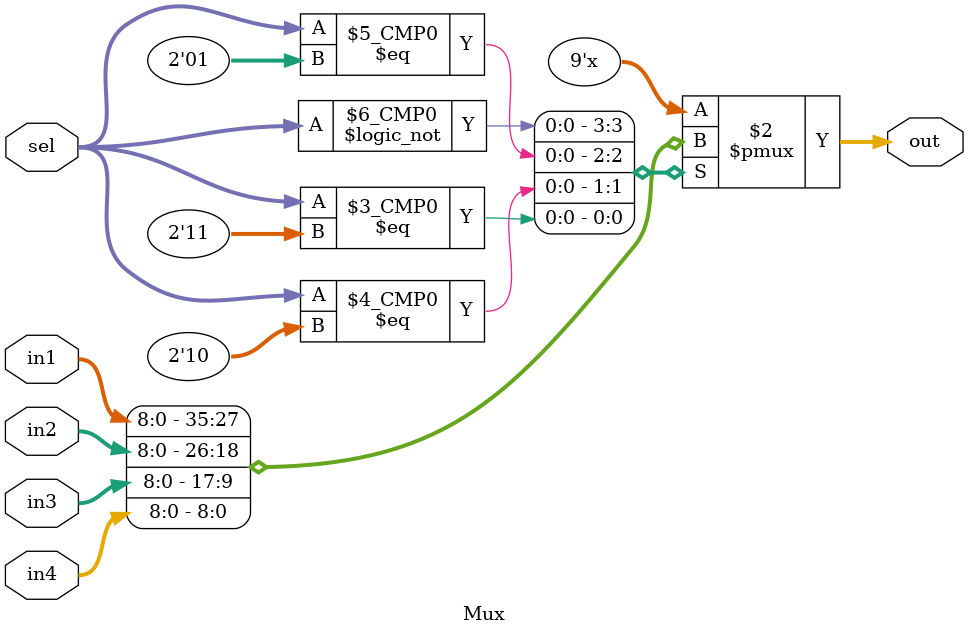
<source format=sv>


module Mux #(parameter  WIDTH = 8) (
    in1,
    in2,
    in3,
    in4,
    sel,
    out
);

input  logic     [WIDTH:0]        in1;
input  logic     [WIDTH:0]        in2;
input  logic     [WIDTH:0]        in3;
input  logic     [WIDTH:0]        in4;
input  logic     [1:0]            sel;
output logic     [WIDTH:0]        out;

always_comb begin 
    case (sel)
        2'b00: begin //Seleccion de entrada 1
            out = in1;
        end 

        2'b01: begin //Seleccion de entrada 2
            out = in2;
        end 

        2'b10: begin //Seleccion de entrada 3
            out = in3;
        end 

        2'b11: begin //Seleccion de entrada 4
            out = in4;
        end 

        default: begin //Caso default
            out = 1'b0;
        end 
    endcase
end
    
endmodule


</source>
